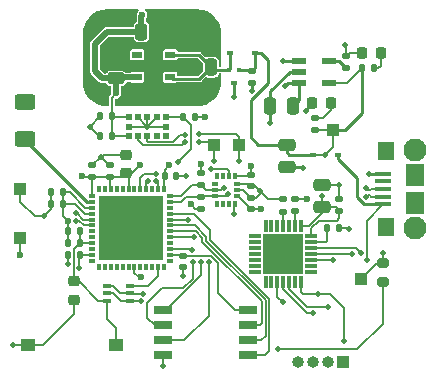
<source format=gbr>
%TF.GenerationSoftware,KiCad,Pcbnew,(6.0.0)*%
%TF.CreationDate,2022-04-21T21:51:44+01:00*%
%TF.ProjectId,Tracer,54726163-6572-42e6-9b69-6361645f7063,C*%
%TF.SameCoordinates,Original*%
%TF.FileFunction,Copper,L1,Top*%
%TF.FilePolarity,Positive*%
%FSLAX46Y46*%
G04 Gerber Fmt 4.6, Leading zero omitted, Abs format (unit mm)*
G04 Created by KiCad (PCBNEW (6.0.0)) date 2022-04-21 21:51:44*
%MOMM*%
%LPD*%
G01*
G04 APERTURE LIST*
G04 Aperture macros list*
%AMRoundRect*
0 Rectangle with rounded corners*
0 $1 Rounding radius*
0 $2 $3 $4 $5 $6 $7 $8 $9 X,Y pos of 4 corners*
0 Add a 4 corners polygon primitive as box body*
4,1,4,$2,$3,$4,$5,$6,$7,$8,$9,$2,$3,0*
0 Add four circle primitives for the rounded corners*
1,1,$1+$1,$2,$3*
1,1,$1+$1,$4,$5*
1,1,$1+$1,$6,$7*
1,1,$1+$1,$8,$9*
0 Add four rect primitives between the rounded corners*
20,1,$1+$1,$2,$3,$4,$5,0*
20,1,$1+$1,$4,$5,$6,$7,0*
20,1,$1+$1,$6,$7,$8,$9,0*
20,1,$1+$1,$8,$9,$2,$3,0*%
G04 Aperture macros list end*
%TA.AperFunction,SMDPad,CuDef*%
%ADD10RoundRect,0.140000X-0.140000X-0.170000X0.140000X-0.170000X0.140000X0.170000X-0.140000X0.170000X0*%
%TD*%
%TA.AperFunction,SMDPad,CuDef*%
%ADD11RoundRect,0.135000X0.135000X0.185000X-0.135000X0.185000X-0.135000X-0.185000X0.135000X-0.185000X0*%
%TD*%
%TA.AperFunction,SMDPad,CuDef*%
%ADD12RoundRect,0.140000X0.170000X-0.140000X0.170000X0.140000X-0.170000X0.140000X-0.170000X-0.140000X0*%
%TD*%
%TA.AperFunction,SMDPad,CuDef*%
%ADD13RoundRect,0.250000X0.475000X-0.250000X0.475000X0.250000X-0.475000X0.250000X-0.475000X-0.250000X0*%
%TD*%
%TA.AperFunction,SMDPad,CuDef*%
%ADD14RoundRect,0.250000X0.250000X0.475000X-0.250000X0.475000X-0.250000X-0.475000X0.250000X-0.475000X0*%
%TD*%
%TA.AperFunction,SMDPad,CuDef*%
%ADD15R,0.600000X0.450000*%
%TD*%
%TA.AperFunction,SMDPad,CuDef*%
%ADD16R,0.400000X0.450000*%
%TD*%
%TA.AperFunction,SMDPad,CuDef*%
%ADD17R,0.500000X0.450000*%
%TD*%
%TA.AperFunction,SMDPad,CuDef*%
%ADD18RoundRect,0.135000X-0.135000X-0.185000X0.135000X-0.185000X0.135000X0.185000X-0.135000X0.185000X0*%
%TD*%
%TA.AperFunction,SMDPad,CuDef*%
%ADD19RoundRect,0.250000X-0.250000X-0.475000X0.250000X-0.475000X0.250000X0.475000X-0.250000X0.475000X0*%
%TD*%
%TA.AperFunction,SMDPad,CuDef*%
%ADD20RoundRect,0.225000X0.250000X-0.225000X0.250000X0.225000X-0.250000X0.225000X-0.250000X-0.225000X0*%
%TD*%
%TA.AperFunction,SMDPad,CuDef*%
%ADD21R,0.500000X0.500000*%
%TD*%
%TA.AperFunction,SMDPad,CuDef*%
%ADD22RoundRect,0.135000X-0.185000X0.135000X-0.185000X-0.135000X0.185000X-0.135000X0.185000X0.135000X0*%
%TD*%
%TA.AperFunction,SMDPad,CuDef*%
%ADD23R,0.350000X0.575000*%
%TD*%
%TA.AperFunction,SMDPad,CuDef*%
%ADD24R,0.575000X0.350000*%
%TD*%
%TA.AperFunction,SMDPad,CuDef*%
%ADD25R,1.350000X0.400000*%
%TD*%
%TA.AperFunction,ComponentPad*%
%ADD26C,1.950000*%
%TD*%
%TA.AperFunction,SMDPad,CuDef*%
%ADD27R,1.400000X1.600000*%
%TD*%
%TA.AperFunction,SMDPad,CuDef*%
%ADD28R,1.600000X1.900000*%
%TD*%
%TA.AperFunction,SMDPad,CuDef*%
%ADD29R,1.200000X0.600000*%
%TD*%
%TA.AperFunction,SMDPad,CuDef*%
%ADD30R,1.000000X1.000000*%
%TD*%
%TA.AperFunction,SMDPad,CuDef*%
%ADD31RoundRect,0.140000X0.140000X0.170000X-0.140000X0.170000X-0.140000X-0.170000X0.140000X-0.170000X0*%
%TD*%
%TA.AperFunction,SMDPad,CuDef*%
%ADD32RoundRect,0.218750X-0.218750X-0.256250X0.218750X-0.256250X0.218750X0.256250X-0.218750X0.256250X0*%
%TD*%
%TA.AperFunction,ComponentPad*%
%ADD33R,1.000000X1.000000*%
%TD*%
%TA.AperFunction,ComponentPad*%
%ADD34O,1.000000X1.000000*%
%TD*%
%TA.AperFunction,SMDPad,CuDef*%
%ADD35RoundRect,0.135000X0.185000X-0.135000X0.185000X0.135000X-0.185000X0.135000X-0.185000X-0.135000X0*%
%TD*%
%TA.AperFunction,SMDPad,CuDef*%
%ADD36RoundRect,0.140000X-0.170000X0.140000X-0.170000X-0.140000X0.170000X-0.140000X0.170000X0.140000X0*%
%TD*%
%TA.AperFunction,SMDPad,CuDef*%
%ADD37R,1.200000X1.000000*%
%TD*%
%TA.AperFunction,SMDPad,CuDef*%
%ADD38R,1.000000X0.300000*%
%TD*%
%TA.AperFunction,SMDPad,CuDef*%
%ADD39R,0.300000X1.000000*%
%TD*%
%TA.AperFunction,SMDPad,CuDef*%
%ADD40R,3.350000X3.350000*%
%TD*%
%TA.AperFunction,SMDPad,CuDef*%
%ADD41RoundRect,0.250000X-0.625000X0.400000X-0.625000X-0.400000X0.625000X-0.400000X0.625000X0.400000X0*%
%TD*%
%TA.AperFunction,SMDPad,CuDef*%
%ADD42R,0.650000X0.400000*%
%TD*%
%TA.AperFunction,SMDPad,CuDef*%
%ADD43R,0.550000X0.350000*%
%TD*%
%TA.AperFunction,SMDPad,CuDef*%
%ADD44R,0.350000X0.550000*%
%TD*%
%TA.AperFunction,SMDPad,CuDef*%
%ADD45R,5.500000X5.500000*%
%TD*%
%TA.AperFunction,SMDPad,CuDef*%
%ADD46RoundRect,0.225000X-0.250000X0.225000X-0.250000X-0.225000X0.250000X-0.225000X0.250000X0.225000X0*%
%TD*%
%TA.AperFunction,SMDPad,CuDef*%
%ADD47RoundRect,0.200000X-0.275000X0.200000X-0.275000X-0.200000X0.275000X-0.200000X0.275000X0.200000X0*%
%TD*%
%TA.AperFunction,SMDPad,CuDef*%
%ADD48R,0.900000X0.600000*%
%TD*%
%TA.AperFunction,SMDPad,CuDef*%
%ADD49R,1.650000X0.650000*%
%TD*%
%TA.AperFunction,ViaPad*%
%ADD50C,0.500000*%
%TD*%
%TA.AperFunction,ViaPad*%
%ADD51C,0.600000*%
%TD*%
%TA.AperFunction,Conductor*%
%ADD52C,0.250000*%
%TD*%
%TA.AperFunction,Conductor*%
%ADD53C,0.150000*%
%TD*%
%TA.AperFunction,Conductor*%
%ADD54C,0.200000*%
%TD*%
%TA.AperFunction,Conductor*%
%ADD55C,0.500000*%
%TD*%
%TA.AperFunction,Conductor*%
%ADD56C,0.293770*%
%TD*%
G04 APERTURE END LIST*
D10*
%TO.P,C15,1*%
%TO.N,+3V3*%
X142320000Y-95100000D03*
%TO.P,C15,2*%
%TO.N,GND*%
X143280000Y-95100000D03*
%TD*%
D11*
%TO.P,R10,1*%
%TO.N,RST*%
X135110000Y-99750000D03*
%TO.P,R10,2*%
%TO.N,+3V3*%
X134090000Y-99750000D03*
%TD*%
D12*
%TO.P,C1,1*%
%TO.N,+3V3*%
X149600000Y-97900000D03*
%TO.P,C1,2*%
%TO.N,GND*%
X149600000Y-96940000D03*
%TD*%
D13*
%TO.P,C16,1*%
%TO.N,+3V3*%
X138195000Y-86850000D03*
%TO.P,C16,2*%
%TO.N,GND*%
X138195000Y-84950000D03*
%TD*%
D14*
%TO.P,C5,1*%
%TO.N,+BATT*%
X153155000Y-89200000D03*
%TO.P,C5,2*%
%TO.N,GND*%
X151255000Y-89200000D03*
%TD*%
D15*
%TO.P,D1,1,K*%
%TO.N,VUSB*%
X154900000Y-93300000D03*
%TO.P,D1,2,A*%
%TO.N,Net-(D1-Pad2)*%
X157000000Y-93300000D03*
%TD*%
D16*
%TO.P,Q2,1,G*%
%TO.N,VUSB*%
X148600000Y-86125000D03*
%TO.P,Q2,2,S*%
%TO.N,VBUS*%
X147800000Y-86125000D03*
D17*
%TO.P,Q2,3,D*%
%TO.N,+BATT*%
X148200000Y-87275000D03*
%TD*%
D18*
%TO.P,R7,1*%
%TO.N,+3V3*%
X134090000Y-100750000D03*
%TO.P,R7,2*%
%TO.N,RST*%
X135110000Y-100750000D03*
%TD*%
D13*
%TO.P,C3,1*%
%TO.N,GND*%
X152650000Y-94350000D03*
%TO.P,C3,2*%
%TO.N,VUSB*%
X152650000Y-92450000D03*
%TD*%
D19*
%TO.P,C6,1*%
%TO.N,+3V3*%
X140345000Y-82900000D03*
%TO.P,C6,2*%
%TO.N,GND*%
X142245000Y-82900000D03*
%TD*%
D20*
%TO.P,C14,1*%
%TO.N,+3V3*%
X139000000Y-94875000D03*
%TO.P,C14,2*%
%TO.N,GND*%
X139000000Y-93325000D03*
%TD*%
D21*
%TO.P,IC4,1,AVDDVCSEL*%
%TO.N,+3V3*%
X139250000Y-90131885D03*
%TO.P,IC4,2,AVSSVCSEL*%
%TO.N,GND*%
X140050000Y-90131885D03*
%TO.P,IC4,3,GND*%
X140850000Y-90131885D03*
%TO.P,IC4,4,GND2*%
X141650000Y-90131885D03*
%TO.P,IC4,5,XSHUT*%
%TO.N,GPIO19*%
X142450000Y-90131885D03*
%TO.P,IC4,6,GND3*%
%TO.N,GND*%
X142450000Y-90931885D03*
%TO.P,IC4,7,GPIO1*%
%TO.N,unconnected-(IC4-Pad7)*%
X142450000Y-91731885D03*
%TO.P,IC4,8,DNC*%
%TO.N,unconnected-(IC4-Pad8)*%
X141650000Y-91731885D03*
%TO.P,IC4,9,SDA*%
%TO.N,GPIO18*%
X140850000Y-91731885D03*
%TO.P,IC4,10,SCL*%
%TO.N,GPIO23*%
X140050000Y-91731885D03*
%TO.P,IC4,11,AVDD*%
%TO.N,+3V3*%
X139250000Y-91731885D03*
%TO.P,IC4,12,GND4*%
%TO.N,GND*%
X139250000Y-90931885D03*
%TD*%
D22*
%TO.P,R12,1*%
%TO.N,+3V3*%
X153350000Y-97090000D03*
%TO.P,R12,2*%
%TO.N,Net-(IC8-Pad9)*%
X153350000Y-98110000D03*
%TD*%
D23*
%TO.P,IC1,1,SDO/SA0*%
%TO.N,unconnected-(IC1-Pad1)*%
X146750000Y-97463000D03*
%TO.P,IC1,2,SDX*%
%TO.N,unconnected-(IC1-Pad2)*%
X147250000Y-97463000D03*
%TO.P,IC1,3,SCX*%
%TO.N,unconnected-(IC1-Pad3)*%
X147750000Y-97463000D03*
%TO.P,IC1,4,INT1*%
%TO.N,GPIO37*%
X148250000Y-97463000D03*
D24*
%TO.P,IC1,5,VDDIO*%
%TO.N,+3V3*%
X148412000Y-96800000D03*
%TO.P,IC1,6,GND_1*%
%TO.N,GND*%
X148412000Y-96300000D03*
%TO.P,IC1,7,GND_2*%
X148412000Y-95800000D03*
D23*
%TO.P,IC1,8,VDD*%
%TO.N,+3V3*%
X148250000Y-95137000D03*
%TO.P,IC1,9,INT2*%
%TO.N,GPIO36*%
X147750000Y-95137000D03*
%TO.P,IC1,10,NC_1*%
%TO.N,unconnected-(IC1-Pad10)*%
X147250000Y-95137000D03*
%TO.P,IC1,11,NC_2*%
%TO.N,unconnected-(IC1-Pad11)*%
X146750000Y-95137000D03*
D24*
%TO.P,IC1,12,CS*%
%TO.N,unconnected-(IC1-Pad12)*%
X146588000Y-95800000D03*
%TO.P,IC1,13,SCL*%
%TO.N,GPIO23*%
X146588000Y-96300000D03*
%TO.P,IC1,14,SDA*%
%TO.N,GPIO18*%
X146588000Y-96800000D03*
%TD*%
D25*
%TO.P,J1,1,VBUS*%
%TO.N,Net-(D1-Pad2)*%
X160800000Y-97500000D03*
%TO.P,J1,2,D-*%
%TO.N,D-*%
X160800000Y-96850000D03*
%TO.P,J1,3,D+*%
%TO.N,D+*%
X160800000Y-96200000D03*
%TO.P,J1,4,NC*%
%TO.N,unconnected-(J1-Pad4)*%
X160800000Y-95550000D03*
%TO.P,J1,5,GND*%
%TO.N,GND*%
X160800000Y-94900000D03*
D26*
%TO.P,J1,MH1,MH1*%
%TO.N,unconnected-(J1-PadMH1)*%
X163475000Y-99500000D03*
%TO.P,J1,MH2,MH2*%
%TO.N,unconnected-(J1-PadMH2)*%
X163475000Y-92900000D03*
D27*
%TO.P,J1,MP1,MP1*%
%TO.N,unconnected-(J1-PadMP1)*%
X161025000Y-99400000D03*
D28*
%TO.P,J1,MP2,MP2*%
%TO.N,unconnected-(J1-PadMP2)*%
X163475000Y-97400000D03*
%TO.P,J1,MP3,MP3*%
%TO.N,unconnected-(J1-PadMP3)*%
X163475000Y-95000000D03*
D27*
%TO.P,J1,MP4,MP4*%
%TO.N,unconnected-(J1-PadMP4)*%
X161025000Y-93000000D03*
%TD*%
D29*
%TO.P,IC5,1,CHRG*%
%TO.N,Net-(D4-Pad1)*%
X153705000Y-85350000D03*
%TO.P,IC5,2,GND*%
%TO.N,GND*%
X153705000Y-86300000D03*
%TO.P,IC5,3,VBAT*%
%TO.N,+BATT*%
X153705000Y-87250000D03*
%TO.P,IC5,4,VCC*%
%TO.N,VUSB*%
X156205000Y-87250000D03*
%TO.P,IC5,5,PROG*%
%TO.N,Net-(IC5-Pad5)*%
X156205000Y-85350000D03*
%TD*%
D18*
%TO.P,R16,1*%
%TO.N,GPIO19*%
X143840000Y-90150000D03*
%TO.P,R16,2*%
%TO.N,+3V3*%
X144860000Y-90150000D03*
%TD*%
D11*
%TO.P,R2,1*%
%TO.N,Net-(D2-Pad2)*%
X160010000Y-86000000D03*
%TO.P,R2,2*%
%TO.N,VUSB*%
X158990000Y-86000000D03*
%TD*%
D12*
%TO.P,C10,1*%
%TO.N,+3V3*%
X137700000Y-95180000D03*
%TO.P,C10,2*%
%TO.N,GND*%
X137700000Y-94220000D03*
%TD*%
D30*
%TO.P,TP3,1,1*%
%TO.N,GPIO23*%
X146500000Y-92500000D03*
%TD*%
D13*
%TO.P,C18,1*%
%TO.N,VUSB*%
X155600000Y-97750000D03*
%TO.P,C18,2*%
%TO.N,GND*%
X155600000Y-95850000D03*
%TD*%
D12*
%TO.P,C13,1*%
%TO.N,+3V3*%
X136200000Y-95180000D03*
%TO.P,C13,2*%
%TO.N,GND*%
X136200000Y-94220000D03*
%TD*%
D31*
%TO.P,C20,1*%
%TO.N,+3V3*%
X137830000Y-91750000D03*
%TO.P,C20,2*%
%TO.N,GND*%
X136870000Y-91750000D03*
%TD*%
D32*
%TO.P,D2,1,K*%
%TO.N,GND*%
X159012500Y-84700000D03*
%TO.P,D2,2,A*%
%TO.N,Net-(D2-Pad2)*%
X160587500Y-84700000D03*
%TD*%
D33*
%TO.P,J2,1,Pin_1*%
%TO.N,DTR*%
X157400000Y-110900000D03*
D34*
%TO.P,J2,2,Pin_2*%
%TO.N,U0RXD*%
X156130000Y-110900000D03*
%TO.P,J2,3,Pin_3*%
%TO.N,U0TXD*%
X154860000Y-110900000D03*
%TO.P,J2,4,Pin_4*%
%TO.N,RTS*%
X153590000Y-110900000D03*
%TD*%
D22*
%TO.P,R4,1*%
%TO.N,+3V3*%
X145400000Y-94890000D03*
%TO.P,R4,2*%
%TO.N,GPIO23*%
X145400000Y-95910000D03*
%TD*%
D35*
%TO.P,R6,1*%
%TO.N,Net-(IC5-Pad5)*%
X157700000Y-86000000D03*
%TO.P,R6,2*%
%TO.N,GND*%
X157700000Y-84980000D03*
%TD*%
D30*
%TO.P,TP11,1,1*%
%TO.N,GND*%
X130100000Y-96200000D03*
%TD*%
%TO.P,TP6,1,1*%
%TO.N,+3V3*%
X130100000Y-100400000D03*
%TD*%
D35*
%TO.P,R3,1*%
%TO.N,VUSB*%
X155000000Y-91210000D03*
%TO.P,R3,2*%
%TO.N,Net-(D4-Pad2)*%
X155000000Y-90190000D03*
%TD*%
D36*
%TO.P,C2,1*%
%TO.N,+3V3*%
X149600000Y-95020000D03*
%TO.P,C2,2*%
%TO.N,GND*%
X149600000Y-95980000D03*
%TD*%
D37*
%TO.P,S1,1,1*%
%TO.N,RST*%
X138150000Y-109400000D03*
%TO.P,S1,2,2*%
%TO.N,GND*%
X130750000Y-109400000D03*
%TD*%
D32*
%TO.P,D4,1,K*%
%TO.N,Net-(D4-Pad1)*%
X154812500Y-88900000D03*
%TO.P,D4,2,A*%
%TO.N,Net-(D4-Pad2)*%
X156387500Y-88900000D03*
%TD*%
D15*
%TO.P,D3,1,K*%
%TO.N,VBUS*%
X147850000Y-84700000D03*
%TO.P,D3,2,A*%
%TO.N,VUSB*%
X149950000Y-84700000D03*
%TD*%
D35*
%TO.P,R1,1*%
%TO.N,GND*%
X149700000Y-87210000D03*
%TO.P,R1,2*%
%TO.N,VUSB*%
X149700000Y-86190000D03*
%TD*%
D31*
%TO.P,C19,1*%
%TO.N,+3V3*%
X137830000Y-90050000D03*
%TO.P,C19,2*%
%TO.N,GND*%
X136870000Y-90050000D03*
%TD*%
D38*
%TO.P,IC8,1,DCD*%
%TO.N,unconnected-(IC8-Pad1)*%
X154700000Y-103200000D03*
%TO.P,IC8,2,RI_/_CLK*%
%TO.N,unconnected-(IC8-Pad2)*%
X154700000Y-102700000D03*
%TO.P,IC8,3,GND_1*%
%TO.N,GND*%
X154700000Y-102200000D03*
%TO.P,IC8,4,D+*%
%TO.N,D+*%
X154700000Y-101700000D03*
%TO.P,IC8,5,D-*%
%TO.N,D-*%
X154700000Y-101200000D03*
%TO.P,IC8,6,VDD*%
%TO.N,Net-(C17-Pad1)*%
X154700000Y-100700000D03*
%TO.P,IC8,7,VREGIN*%
%TO.N,VUSB*%
X154700000Y-100200000D03*
D39*
%TO.P,IC8,8,VBUS*%
X153850000Y-99350000D03*
%TO.P,IC8,9,RSTB*%
%TO.N,Net-(IC8-Pad9)*%
X153350000Y-99350000D03*
%TO.P,IC8,10,NC*%
%TO.N,unconnected-(IC8-Pad10)*%
X152850000Y-99350000D03*
%TO.P,IC8,11,SUSPENDB*%
%TO.N,Net-(IC8-Pad11)*%
X152350000Y-99350000D03*
%TO.P,IC8,12,SUSPEND*%
%TO.N,unconnected-(IC8-Pad12)*%
X151850000Y-99350000D03*
%TO.P,IC8,13,CHREN*%
%TO.N,unconnected-(IC8-Pad13)*%
X151350000Y-99350000D03*
%TO.P,IC8,14,CHR1*%
%TO.N,unconnected-(IC8-Pad14)*%
X150850000Y-99350000D03*
D38*
%TO.P,IC8,15,CHR0*%
%TO.N,unconnected-(IC8-Pad15)*%
X150000000Y-100200000D03*
%TO.P,IC8,16,GPIO.3_/_WAKEUP*%
%TO.N,unconnected-(IC8-Pad16)*%
X150000000Y-100700000D03*
%TO.P,IC8,17,GPIO.2_/_RS485*%
%TO.N,unconnected-(IC8-Pad17)*%
X150000000Y-101200000D03*
%TO.P,IC8,18,GPIO.1_/_RXT*%
%TO.N,unconnected-(IC8-Pad18)*%
X150000000Y-101700000D03*
%TO.P,IC8,19,GPIO.0_/_TXT*%
%TO.N,unconnected-(IC8-Pad19)*%
X150000000Y-102200000D03*
%TO.P,IC8,20,GPIO.6*%
%TO.N,unconnected-(IC8-Pad20)*%
X150000000Y-102700000D03*
%TO.P,IC8,21,GPIO.5*%
%TO.N,unconnected-(IC8-Pad21)*%
X150000000Y-103200000D03*
D39*
%TO.P,IC8,22,GPIO.4*%
%TO.N,unconnected-(IC8-Pad22)*%
X150850000Y-104050000D03*
%TO.P,IC8,23,CTS*%
%TO.N,unconnected-(IC8-Pad23)*%
X151350000Y-104050000D03*
%TO.P,IC8,24,RTS*%
%TO.N,RTS*%
X151850000Y-104050000D03*
%TO.P,IC8,25,RXD*%
%TO.N,U0TXD*%
X152350000Y-104050000D03*
%TO.P,IC8,26,TXD*%
%TO.N,U0RXD*%
X152850000Y-104050000D03*
%TO.P,IC8,27,DSR*%
%TO.N,unconnected-(IC8-Pad27)*%
X153350000Y-104050000D03*
%TO.P,IC8,28,DTR*%
%TO.N,DTR*%
X153850000Y-104050000D03*
D40*
%TO.P,IC8,29,GND_2*%
%TO.N,GND*%
X152350000Y-101700000D03*
%TD*%
D31*
%TO.P,C12,1*%
%TO.N,+3V3*%
X133680000Y-96500000D03*
%TO.P,C12,2*%
%TO.N,GND*%
X132720000Y-96500000D03*
%TD*%
D41*
%TO.P,AE1,1,FEED*%
%TO.N,unconnected-(AE1-Pad1)*%
X130500000Y-88850000D03*
%TO.P,AE1,2,PCB_Trace*%
%TO.N,ANT*%
X130500000Y-91950000D03*
%TD*%
D11*
%TO.P,R9,1*%
%TO.N,GPIO35*%
X135110000Y-101800000D03*
%TO.P,R9,2*%
%TO.N,GND*%
X134090000Y-101800000D03*
%TD*%
D42*
%TO.P,Q1,1,E2*%
%TO.N,RTS*%
X139350000Y-105700000D03*
%TO.P,Q1,2,B2*%
%TO.N,DTR*%
X139350000Y-105050000D03*
%TO.P,Q1,3,C1*%
%TO.N,GPIO0*%
X139350000Y-104400000D03*
%TO.P,Q1,4,E1*%
%TO.N,DTR*%
X137450000Y-104400000D03*
%TO.P,Q1,5,B1*%
%TO.N,RTS*%
X137450000Y-105050000D03*
%TO.P,Q1,6,C2*%
%TO.N,RST*%
X137450000Y-105700000D03*
%TD*%
D43*
%TO.P,IC3,1,VDDA_1*%
%TO.N,+3V3*%
X136200000Y-96800000D03*
%TO.P,IC3,2,LNA_IN*%
%TO.N,ANT*%
X136200000Y-97300000D03*
%TO.P,IC3,3,VDDA3P3_1*%
%TO.N,+3V3*%
X136200000Y-97800000D03*
%TO.P,IC3,4,VDDA3P3_2*%
X136200000Y-98300000D03*
%TO.P,IC3,5,SENSOR_VP*%
%TO.N,GPIO36*%
X136200000Y-98800000D03*
%TO.P,IC3,6,SENSOR_CAPP*%
%TO.N,GPIO37*%
X136200000Y-99300000D03*
%TO.P,IC3,7,SENSOR_CAPN*%
%TO.N,GPIO38*%
X136200000Y-99800000D03*
%TO.P,IC3,8,SENSOR_VN*%
%TO.N,GPIO39*%
X136200000Y-100300000D03*
%TO.P,IC3,9,EN*%
%TO.N,RST*%
X136200000Y-100800000D03*
%TO.P,IC3,10,IO34*%
%TO.N,STAT*%
X136200000Y-101300000D03*
%TO.P,IC3,11,IO35*%
%TO.N,GPIO35*%
X136200000Y-101800000D03*
%TO.P,IC3,12,IO32*%
%TO.N,GPIO32*%
X136200000Y-102300000D03*
D44*
%TO.P,IC3,13,IO33*%
%TO.N,GPIO33*%
X136750000Y-102850000D03*
%TO.P,IC3,14,IO25*%
%TO.N,GPIO25*%
X137250000Y-102850000D03*
%TO.P,IC3,15,IO26*%
%TO.N,GPIO26*%
X137750000Y-102850000D03*
%TO.P,IC3,16,IO27*%
%TO.N,GPIO27*%
X138250000Y-102850000D03*
%TO.P,IC3,17,IO14*%
%TO.N,GPIO14*%
X138750000Y-102850000D03*
%TO.P,IC3,18,IO12*%
%TO.N,GPIO12*%
X139250000Y-102850000D03*
%TO.P,IC3,19,VDD3P3_RTC*%
%TO.N,+3V3*%
X139750000Y-102850000D03*
%TO.P,IC3,20,IO13*%
%TO.N,GPIO13*%
X140250000Y-102850000D03*
%TO.P,IC3,21,IO15*%
%TO.N,GPIO15*%
X140750000Y-102850000D03*
%TO.P,IC3,22,IO2*%
%TO.N,GPIO2*%
X141250000Y-102850000D03*
%TO.P,IC3,23,IO0*%
%TO.N,GPIO0*%
X141750000Y-102850000D03*
%TO.P,IC3,24,IO4*%
%TO.N,GPIO4*%
X142250000Y-102850000D03*
D43*
%TO.P,IC3,25,IO16*%
%TO.N,GPIO16*%
X142800000Y-102300000D03*
%TO.P,IC3,26,VDD_SDIO_NC*%
%TO.N,VDDSDIO*%
X142800000Y-101800000D03*
%TO.P,IC3,27,IO17*%
%TO.N,GPIO17*%
X142800000Y-101300000D03*
%TO.P,IC3,28,SD2*%
%TO.N,GPIO9*%
X142800000Y-100800000D03*
%TO.P,IC3,29,SD3*%
%TO.N,GPIO10*%
X142800000Y-100300000D03*
%TO.P,IC3,30,CMD*%
%TO.N,GPIO11*%
X142800000Y-99800000D03*
%TO.P,IC3,31,CLK*%
%TO.N,CLK*%
X142800000Y-99300000D03*
%TO.P,IC3,32,SD0*%
%TO.N,GPIO7*%
X142800000Y-98800000D03*
%TO.P,IC3,33,SD1*%
%TO.N,GPIO8*%
X142800000Y-98300000D03*
%TO.P,IC3,34,IO5*%
%TO.N,GPIO5*%
X142800000Y-97800000D03*
%TO.P,IC3,35,IO18*%
%TO.N,GPIO18*%
X142800000Y-97300000D03*
%TO.P,IC3,36,IO23*%
%TO.N,GPIO23*%
X142800000Y-96800000D03*
D44*
%TO.P,IC3,37,VDD3P3_CPU*%
%TO.N,+3V3*%
X142250000Y-96250000D03*
%TO.P,IC3,38,IO19*%
%TO.N,GPIO19*%
X141750000Y-96250000D03*
%TO.P,IC3,39,IO22*%
%TO.N,GPIO22*%
X141250000Y-96250000D03*
%TO.P,IC3,40,U0RXD*%
%TO.N,U0RXD*%
X140750000Y-96250000D03*
%TO.P,IC3,41,U0TXD*%
%TO.N,U0TXD*%
X140250000Y-96250000D03*
%TO.P,IC3,42,IO21*%
%TO.N,GPIO21*%
X139750000Y-96250000D03*
%TO.P,IC3,43,VDDA_2*%
%TO.N,+3V3*%
X139250000Y-96250000D03*
%TO.P,IC3,44,XTAL_N_NC*%
%TO.N,unconnected-(IC3-Pad44)*%
X138750000Y-96250000D03*
%TO.P,IC3,45,XTAL_P_NC*%
%TO.N,unconnected-(IC3-Pad45)*%
X138250000Y-96250000D03*
%TO.P,IC3,46,VDDA_3*%
%TO.N,+3V3*%
X137750000Y-96250000D03*
%TO.P,IC3,47,CAP2_NC*%
%TO.N,unconnected-(IC3-Pad47)*%
X137250000Y-96250000D03*
%TO.P,IC3,48,CAP1_NC*%
%TO.N,unconnected-(IC3-Pad48)*%
X136750000Y-96250000D03*
D45*
%TO.P,IC3,49,GND*%
%TO.N,GND*%
X139494000Y-99537000D03*
%TD*%
D10*
%TO.P,C17,1*%
%TO.N,Net-(C17-Pad1)*%
X156070000Y-99550000D03*
%TO.P,C17,2*%
%TO.N,GND*%
X157030000Y-99550000D03*
%TD*%
D30*
%TO.P,TP5,1,1*%
%TO.N,+BATT*%
X158950000Y-103800000D03*
%TD*%
D46*
%TO.P,C7,1*%
%TO.N,RST*%
X134600000Y-104025000D03*
%TO.P,C7,2*%
%TO.N,GND*%
X134600000Y-105575000D03*
%TD*%
D35*
%TO.P,R5,1*%
%TO.N,+3V3*%
X145400000Y-97920000D03*
%TO.P,R5,2*%
%TO.N,GPIO18*%
X145400000Y-96900000D03*
%TD*%
D12*
%TO.P,C8,1*%
%TO.N,VUSB*%
X157100000Y-98060000D03*
%TO.P,C8,2*%
%TO.N,GND*%
X157100000Y-97100000D03*
%TD*%
D30*
%TO.P,TP4,1,1*%
%TO.N,GPIO18*%
X148600000Y-92500000D03*
%TD*%
D14*
%TO.P,C4,1*%
%TO.N,VBUS*%
X146245000Y-85900000D03*
%TO.P,C4,2*%
%TO.N,GND*%
X144345000Y-85900000D03*
%TD*%
D47*
%TO.P,R8,1*%
%TO.N,+BATT*%
X160800000Y-102475000D03*
%TO.P,R8,2*%
%TO.N,GPIO35*%
X160800000Y-104125000D03*
%TD*%
D48*
%TO.P,IC6,1,VIN*%
%TO.N,VBUS*%
X142795000Y-86750000D03*
%TO.P,IC6,2,VSS*%
%TO.N,GND*%
X142795000Y-85800000D03*
%TO.P,IC6,3,CE*%
%TO.N,VBUS*%
X142795000Y-84850000D03*
%TO.P,IC6,4,NC*%
%TO.N,unconnected-(IC6-Pad4)*%
X139995000Y-84850000D03*
%TO.P,IC6,5,VOUT*%
%TO.N,+3V3*%
X139995000Y-86750000D03*
%TD*%
D35*
%TO.P,R13,1*%
%TO.N,Net-(IC8-Pad11)*%
X152350000Y-98120000D03*
%TO.P,R13,2*%
%TO.N,GND*%
X152350000Y-97100000D03*
%TD*%
D49*
%TO.P,IC2,1,~{CS}*%
%TO.N,GPIO10*%
X142200000Y-106495000D03*
%TO.P,IC2,2,DO(IO1)*%
%TO.N,GPIO17*%
X142200000Y-107765000D03*
%TO.P,IC2,3,IO2*%
%TO.N,GPIO7*%
X142200000Y-109035000D03*
%TO.P,IC2,4,GND*%
%TO.N,GND*%
X142200000Y-110305000D03*
%TO.P,IC2,5,DI(IO0)*%
%TO.N,GPIO8*%
X149400000Y-110305000D03*
%TO.P,IC2,6,CLK*%
%TO.N,CLK*%
X149400000Y-109035000D03*
%TO.P,IC2,7,IO3*%
%TO.N,GPIO11*%
X149400000Y-107765000D03*
%TO.P,IC2,8,VCC*%
%TO.N,VDDSDIO*%
X149400000Y-106495000D03*
%TD*%
D30*
%TO.P,TP2,1,1*%
%TO.N,VUSB*%
X156550000Y-91200000D03*
%TD*%
D36*
%TO.P,C11,1*%
%TO.N,VDDSDIO*%
X143900000Y-101870000D03*
%TO.P,C11,2*%
%TO.N,GND*%
X143900000Y-102830000D03*
%TD*%
D31*
%TO.P,C9,1*%
%TO.N,+3V3*%
X133680000Y-97500000D03*
%TO.P,C9,2*%
%TO.N,GND*%
X132720000Y-97500000D03*
%TD*%
D50*
%TO.N,+BATT*%
X148200000Y-88400000D03*
X160800000Y-101600000D03*
X152500000Y-87500000D03*
%TO.N,GND*%
X138000000Y-101100000D03*
X139500000Y-97600000D03*
X138000000Y-99550000D03*
X136135000Y-83080000D03*
X151200000Y-90600000D03*
X146295000Y-88160000D03*
X143755000Y-83080000D03*
X157950000Y-99600000D03*
X136900000Y-93500000D03*
X151060000Y-102950000D03*
X151060000Y-101680000D03*
X141000000Y-101100000D03*
X149679122Y-87879122D03*
X146295000Y-83080000D03*
X153600000Y-102950000D03*
X152330000Y-100410000D03*
X143900000Y-103600000D03*
X139500000Y-101100000D03*
X140850000Y-90950000D03*
X143755000Y-88160000D03*
X154000000Y-94400000D03*
X135950000Y-90950000D03*
X141000000Y-99550000D03*
X150400000Y-96400000D03*
X134100000Y-102600000D03*
X151060000Y-100410000D03*
X141000000Y-97600000D03*
X157600000Y-84000000D03*
X159600000Y-94900000D03*
X152330000Y-102950000D03*
X156600000Y-102250000D03*
X141215000Y-85620000D03*
X142200000Y-111200000D03*
X141215000Y-88160000D03*
X129500000Y-109400000D03*
X157100000Y-95850000D03*
X144100000Y-95100000D03*
X132100000Y-98500000D03*
X152330000Y-101680000D03*
X139500000Y-99550000D03*
X138000000Y-97600000D03*
X153600000Y-101680000D03*
X153600000Y-100410000D03*
X136135000Y-88160000D03*
D51*
%TO.N,+3V3*%
X140200000Y-94200000D03*
X140300000Y-103700000D03*
X142700000Y-94200000D03*
X140395000Y-81500000D03*
X135300000Y-95100000D03*
X154332671Y-97067329D03*
X138195000Y-88100000D03*
X145400000Y-94100000D03*
X134100000Y-98900000D03*
X150500000Y-97900000D03*
X144500000Y-97500000D03*
X130100000Y-101800000D03*
X145750000Y-90150000D03*
X149600000Y-94300000D03*
D50*
%TO.N,GPIO10*%
X145400000Y-102400000D03*
X144800000Y-100300000D03*
%TO.N,GPIO17*%
X144600000Y-101370500D03*
X144700000Y-102369500D03*
%TO.N,GPIO7*%
X144300000Y-98800000D03*
X146049503Y-102400000D03*
%TO.N,GPIO36*%
X146200000Y-94500000D03*
X134800000Y-98250497D03*
%TO.N,GPIO37*%
X134800000Y-98900000D03*
X148200000Y-98300000D03*
%TO.N,VUSB*%
X155600000Y-96800000D03*
X155900000Y-93300000D03*
%TO.N,GPIO18*%
X144025500Y-91600000D03*
X145200000Y-91550497D03*
X148600000Y-93800000D03*
X147634166Y-96656944D03*
%TO.N,GPIO23*%
X147300000Y-96100000D03*
X145200000Y-92200000D03*
X144025500Y-92249503D03*
X146500000Y-93800000D03*
%TO.N,GPIO19*%
X141600000Y-95549503D03*
X143400000Y-93900000D03*
%TO.N,U0RXD*%
X156100000Y-106200000D03*
X140900000Y-95500000D03*
%TO.N,Net-(D4-Pad1)*%
X154300000Y-89600000D03*
X152300000Y-85400000D03*
%TO.N,D+*%
X159352334Y-96150000D03*
X158183962Y-101699500D03*
%TO.N,D-*%
X158925500Y-101650000D03*
X159352334Y-96900000D03*
%TO.N,U0TXD*%
X141600000Y-94900000D03*
X154860000Y-106689022D03*
%TO.N,RTS*%
X152300000Y-105800000D03*
X140294609Y-105716172D03*
%TO.N,DTR*%
X157500000Y-109100000D03*
X140500000Y-105100000D03*
X155300000Y-105100000D03*
%TO.N,GPIO35*%
X135100000Y-102900000D03*
X151900000Y-109800000D03*
%TO.N,Net-(D1-Pad2)*%
X159400000Y-102200000D03*
%TD*%
D52*
%TO.N,+BATT*%
X152750000Y-87250000D02*
X152500000Y-87500000D01*
D53*
X160800000Y-102475000D02*
X160800000Y-101600000D01*
D52*
X153705000Y-87250000D02*
X153705000Y-88650000D01*
X153705000Y-87250000D02*
X152750000Y-87250000D01*
D53*
X160800000Y-102475000D02*
X160275000Y-102475000D01*
D52*
X148200000Y-88400000D02*
X148200000Y-87275000D01*
X153705000Y-88650000D02*
X153155000Y-89200000D01*
D53*
X160275000Y-102475000D02*
X158950000Y-103800000D01*
%TO.N,GND*%
X154700000Y-102200000D02*
X156550000Y-102200000D01*
X157900000Y-99550000D02*
X157950000Y-99600000D01*
X156550000Y-102200000D02*
X156600000Y-102250000D01*
X155600000Y-95850000D02*
X157100000Y-95850000D01*
X136750000Y-91750000D02*
X135950000Y-90950000D01*
X157700000Y-84100000D02*
X157600000Y-84000000D01*
X134090000Y-102590000D02*
X134100000Y-102600000D01*
X157100000Y-97100000D02*
X157100000Y-95850000D01*
X149600000Y-95980000D02*
X149980000Y-95980000D01*
X152350000Y-97100000D02*
X151100000Y-97100000D01*
X142450000Y-90931885D02*
X140868115Y-90931885D01*
X137620000Y-94220000D02*
X136900000Y-93500000D01*
X140850000Y-90950000D02*
X141650000Y-90150000D01*
X150060000Y-96940000D02*
X150400000Y-96600000D01*
X142200000Y-110305000D02*
X142200000Y-111200000D01*
D52*
X152900000Y-86300000D02*
X151255000Y-87945000D01*
X152650000Y-94350000D02*
X153950000Y-94350000D01*
X149700000Y-87900000D02*
X149679122Y-87879122D01*
D53*
X149980000Y-95980000D02*
X150400000Y-96400000D01*
D52*
X153950000Y-94350000D02*
X154000000Y-94400000D01*
D53*
X139250000Y-90931885D02*
X140831885Y-90931885D01*
X136850000Y-90050000D02*
X135950000Y-90950000D01*
X132000000Y-109400000D02*
X134600000Y-106800000D01*
D52*
X151255000Y-89200000D02*
X151255000Y-90545000D01*
D53*
X148412000Y-95800000D02*
X149420000Y-95800000D01*
X140050000Y-90150000D02*
X140850000Y-90950000D01*
D52*
X160800000Y-94900000D02*
X159600000Y-94900000D01*
D53*
X132100000Y-98500000D02*
X131300000Y-98500000D01*
D52*
X151255000Y-87945000D02*
X151255000Y-89200000D01*
D53*
X130750000Y-109400000D02*
X129500000Y-109400000D01*
X157980000Y-84700000D02*
X157700000Y-84980000D01*
X149600000Y-96940000D02*
X150060000Y-96940000D01*
X130100000Y-97300000D02*
X130100000Y-96200000D01*
X131300000Y-98500000D02*
X130100000Y-97300000D01*
X157030000Y-99550000D02*
X157900000Y-99550000D01*
X148960000Y-96300000D02*
X148412000Y-96300000D01*
D52*
X153705000Y-86300000D02*
X152900000Y-86300000D01*
D53*
X136200000Y-94200000D02*
X136900000Y-93500000D01*
D52*
X149700000Y-87210000D02*
X149700000Y-87900000D01*
D53*
X134090000Y-101800000D02*
X134090000Y-102590000D01*
X151100000Y-97100000D02*
X150400000Y-96400000D01*
X149600000Y-96940000D02*
X148960000Y-96300000D01*
X130750000Y-109400000D02*
X132000000Y-109400000D01*
D52*
X151255000Y-90545000D02*
X151200000Y-90600000D01*
D53*
X137075000Y-93325000D02*
X139000000Y-93325000D01*
X150400000Y-96600000D02*
X150400000Y-96400000D01*
X136900000Y-93500000D02*
X137075000Y-93325000D01*
X132720000Y-97880000D02*
X132100000Y-98500000D01*
X143900000Y-102830000D02*
X143900000Y-103600000D01*
X140850000Y-90131885D02*
X140850000Y-90950000D01*
X157980000Y-84700000D02*
X159012500Y-84700000D01*
X134600000Y-106800000D02*
X134600000Y-105575000D01*
X132720000Y-96500000D02*
X132720000Y-97880000D01*
X143280000Y-95100000D02*
X144100000Y-95100000D01*
X157700000Y-84980000D02*
X157700000Y-84100000D01*
D54*
%TO.N,+3V3*%
X134090000Y-99750000D02*
X134090000Y-100750000D01*
X137700000Y-95180000D02*
X137700000Y-96200000D01*
D55*
X140345000Y-81550000D02*
X140395000Y-81500000D01*
D54*
X137830000Y-88465000D02*
X138195000Y-88100000D01*
D55*
X138195000Y-86850000D02*
X138195000Y-88100000D01*
D54*
X139250000Y-90131885D02*
X137911885Y-90131885D01*
X136200000Y-95180000D02*
X137700000Y-95180000D01*
X149600000Y-97900000D02*
X150500000Y-97900000D01*
D55*
X138195000Y-86850000D02*
X137045000Y-86850000D01*
D54*
X137830000Y-90050000D02*
X137830000Y-91750000D01*
X134755919Y-97500000D02*
X133680000Y-97500000D01*
D55*
X136395000Y-86200000D02*
X136395000Y-83900000D01*
D54*
X139250000Y-96250000D02*
X139250000Y-95125000D01*
X142320000Y-95100000D02*
X142320000Y-94580000D01*
X136200000Y-95180000D02*
X135380000Y-95180000D01*
X142320000Y-94580000D02*
X142700000Y-94200000D01*
X135555919Y-98300000D02*
X134755919Y-97500000D01*
X144860000Y-90150000D02*
X145750000Y-90150000D01*
X139750000Y-102850000D02*
X139750000Y-103325000D01*
X135380000Y-95180000D02*
X135300000Y-95100000D01*
X144920000Y-97920000D02*
X144500000Y-97500000D01*
X134090000Y-99750000D02*
X134090000Y-98910000D01*
X136200000Y-97800000D02*
X135600000Y-97800000D01*
X145400000Y-94890000D02*
X145400000Y-94100000D01*
X139525000Y-94875000D02*
X140200000Y-94200000D01*
D55*
X137395000Y-82900000D02*
X140345000Y-82900000D01*
D54*
X145400000Y-97920000D02*
X144920000Y-97920000D01*
X137830000Y-90050000D02*
X137830000Y-88465000D01*
X136200000Y-98300000D02*
X135555919Y-98300000D01*
X148500000Y-96800000D02*
X149600000Y-97900000D01*
D55*
X137045000Y-86850000D02*
X136395000Y-86200000D01*
D54*
X137830000Y-91750000D02*
X139231885Y-91750000D01*
D55*
X140345000Y-82900000D02*
X140345000Y-81550000D01*
X139995000Y-86750000D02*
X138295000Y-86750000D01*
D54*
X140125000Y-103700000D02*
X140300000Y-103700000D01*
X137700000Y-95180000D02*
X138695000Y-95180000D01*
X149600000Y-95020000D02*
X149600000Y-94300000D01*
X135600000Y-97800000D02*
X134300000Y-96500000D01*
X133680000Y-96500000D02*
X133680000Y-98480000D01*
X142250000Y-96250000D02*
X142250000Y-95170000D01*
X153350000Y-97090000D02*
X154310000Y-97090000D01*
X130100000Y-100400000D02*
X130100000Y-101800000D01*
X134300000Y-96500000D02*
X133680000Y-96500000D01*
X139750000Y-103325000D02*
X140125000Y-103700000D01*
X139000000Y-94875000D02*
X139525000Y-94875000D01*
D55*
X136395000Y-83900000D02*
X137395000Y-82900000D01*
D54*
X154310000Y-97090000D02*
X154332671Y-97067329D01*
X136200000Y-96800000D02*
X136200000Y-95180000D01*
X148250000Y-95137000D02*
X149483000Y-95137000D01*
X134090000Y-98910000D02*
X134100000Y-98900000D01*
X133680000Y-98480000D02*
X134100000Y-98900000D01*
D56*
%TO.N,ANT*%
X136200000Y-97300000D02*
X135700000Y-97300000D01*
X135700000Y-97300000D02*
X130500000Y-92100000D01*
D53*
%TO.N,RST*%
X134600000Y-101260000D02*
X135110000Y-100750000D01*
X138150000Y-107950000D02*
X138150000Y-109400000D01*
X134600000Y-104025000D02*
X134600000Y-101260000D01*
X136700000Y-105700000D02*
X137450000Y-105700000D01*
X136200000Y-100800000D02*
X135160000Y-100800000D01*
X135025000Y-104025000D02*
X136700000Y-105700000D01*
X137450000Y-105700000D02*
X137450000Y-107250000D01*
X134600000Y-104025000D02*
X135025000Y-104025000D01*
X135110000Y-100750000D02*
X135110000Y-99750000D01*
X137450000Y-107250000D02*
X138150000Y-107950000D01*
D52*
%TO.N,VBUS*%
X145195000Y-84850000D02*
X142795000Y-84850000D01*
X142944520Y-86899520D02*
X145245480Y-86899520D01*
X146245000Y-85900000D02*
X145195000Y-84850000D01*
X147800000Y-86125000D02*
X146470000Y-86125000D01*
X147850000Y-84700000D02*
X147850000Y-86075000D01*
X145245480Y-86899520D02*
X146245000Y-85900000D01*
D53*
%TO.N,Net-(C17-Pad1)*%
X154700000Y-100700000D02*
X155940000Y-100700000D01*
X155940000Y-100700000D02*
X156040000Y-100600000D01*
X156070000Y-100570000D02*
X156040000Y-100600000D01*
X156070000Y-99550000D02*
X156070000Y-100570000D01*
D54*
%TO.N,VDDSDIO*%
X148295000Y-106495000D02*
X146850000Y-105050000D01*
X142800000Y-101800000D02*
X143830000Y-101800000D01*
X146225919Y-101870000D02*
X143900000Y-101870000D01*
X146850000Y-105050000D02*
X146850000Y-102494081D01*
X146850000Y-102494081D02*
X146225919Y-101870000D01*
X149400000Y-106495000D02*
X148295000Y-106495000D01*
D53*
%TO.N,GPIO10*%
X144800000Y-100300000D02*
X142800000Y-100300000D01*
X145400000Y-103523586D02*
X145400000Y-102400000D01*
X142428586Y-106495000D02*
X145400000Y-103523586D01*
%TO.N,GPIO17*%
X142100000Y-104600000D02*
X143900000Y-104600000D01*
X140800000Y-105900000D02*
X142100000Y-104600000D01*
X144600000Y-101370500D02*
X144529500Y-101300000D01*
X141465000Y-107765000D02*
X140800000Y-107100000D01*
X143900000Y-104600000D02*
X144700000Y-103800000D01*
X144700000Y-103800000D02*
X144700000Y-102369500D01*
X140800000Y-107100000D02*
X140800000Y-105900000D01*
X144529500Y-101300000D02*
X142800000Y-101300000D01*
%TO.N,GPIO7*%
X142200000Y-109035000D02*
X143965000Y-109035000D01*
X143965000Y-109035000D02*
X146049503Y-106950497D01*
X144300000Y-98800000D02*
X142800000Y-98800000D01*
X146049503Y-106950497D02*
X146049503Y-102400000D01*
%TO.N,GPIO8*%
X144800000Y-98300000D02*
X142800000Y-98300000D01*
X151150000Y-105487969D02*
X146150000Y-100487969D01*
X151150000Y-109950000D02*
X151150000Y-105487969D01*
X146150000Y-100487969D02*
X146150000Y-99650000D01*
X150795000Y-110305000D02*
X151150000Y-109950000D01*
X149400000Y-110305000D02*
X150795000Y-110305000D01*
X146150000Y-99650000D02*
X144800000Y-98300000D01*
%TO.N,CLK*%
X145844222Y-100605777D02*
X145844222Y-100249575D01*
X150849520Y-108650480D02*
X150849520Y-105611075D01*
X150849520Y-105611075D02*
X145844222Y-100605777D01*
X149400000Y-109035000D02*
X150465000Y-109035000D01*
X145844222Y-100249575D02*
X144894647Y-99300000D01*
X144894647Y-99300000D02*
X142800000Y-99300000D01*
X150465000Y-109035000D02*
X150849520Y-108650480D01*
%TO.N,GPIO11*%
X144971061Y-99800000D02*
X142800000Y-99800000D01*
X150550000Y-105735141D02*
X145500000Y-100685141D01*
X150350000Y-107750000D02*
X150550000Y-107550000D01*
X145500000Y-100328939D02*
X144971061Y-99800000D01*
X145500000Y-100685141D02*
X145500000Y-100328939D01*
X150550000Y-107550000D02*
X150550000Y-105735141D01*
X149415000Y-107750000D02*
X150350000Y-107750000D01*
%TO.N,GPIO36*%
X134874083Y-98250497D02*
X134800000Y-98250497D01*
X134874083Y-98250497D02*
X135423586Y-98800000D01*
X146200000Y-94500000D02*
X147600000Y-94500000D01*
X147600000Y-94500000D02*
X147750000Y-94650000D01*
X147750000Y-94650000D02*
X147750000Y-95137000D01*
X136200000Y-98800000D02*
X135423586Y-98800000D01*
%TO.N,GPIO37*%
X135100000Y-98900000D02*
X135500000Y-99300000D01*
X148200000Y-98300000D02*
X148200000Y-97513000D01*
X135100000Y-98900000D02*
X134800000Y-98900000D01*
X135500000Y-99300000D02*
X136200000Y-99300000D01*
%TO.N,VUSB*%
X155600000Y-97750000D02*
X156790000Y-97750000D01*
D52*
X151100000Y-85300000D02*
X150500000Y-84700000D01*
X149600000Y-91800000D02*
X149600000Y-88700000D01*
D53*
X157100000Y-98700000D02*
X157100000Y-98060000D01*
D52*
X148600000Y-86125000D02*
X149635000Y-86125000D01*
D53*
X156205000Y-87250000D02*
X157740000Y-87250000D01*
D52*
X150500000Y-84700000D02*
X149950000Y-84700000D01*
X150250000Y-92450000D02*
X149600000Y-91800000D01*
D53*
X156790000Y-97750000D02*
X157100000Y-98060000D01*
X155900000Y-93300000D02*
X156550000Y-92650000D01*
D52*
X158990000Y-89810000D02*
X157600000Y-91200000D01*
D53*
X153850000Y-99350000D02*
X154500000Y-99350000D01*
D52*
X152850000Y-93300000D02*
X154900000Y-93300000D01*
D53*
X154700000Y-99550000D02*
X155350000Y-98900000D01*
X155350000Y-98900000D02*
X156900000Y-98900000D01*
X156900000Y-98900000D02*
X157100000Y-98700000D01*
X157740000Y-87250000D02*
X158990000Y-86000000D01*
X155010000Y-91200000D02*
X156550000Y-91200000D01*
D52*
X152650000Y-92450000D02*
X150250000Y-92450000D01*
D53*
X155600000Y-97750000D02*
X155600000Y-96800000D01*
D52*
X152650000Y-92450000D02*
X152650000Y-93100000D01*
D53*
X154700000Y-100200000D02*
X154700000Y-99550000D01*
D52*
X152650000Y-93100000D02*
X152850000Y-93300000D01*
X151100000Y-87200000D02*
X151100000Y-85300000D01*
X149600000Y-88700000D02*
X151100000Y-87200000D01*
X157600000Y-91200000D02*
X156550000Y-91200000D01*
D53*
X156550000Y-92650000D02*
X156550000Y-91200000D01*
X154500000Y-99350000D02*
X155600000Y-98250000D01*
D52*
X158990000Y-86000000D02*
X158990000Y-89810000D01*
D53*
X155900000Y-93300000D02*
X154900000Y-93300000D01*
X155600000Y-98250000D02*
X155600000Y-97750000D01*
D52*
X149950000Y-85940000D02*
X149700000Y-86190000D01*
X149950000Y-84700000D02*
X149950000Y-85940000D01*
D53*
%TO.N,GPIO18*%
X140850000Y-91731885D02*
X140850000Y-92131885D01*
X146588000Y-96800000D02*
X145500000Y-96800000D01*
X146588000Y-96800000D02*
X147491110Y-96800000D01*
X148350497Y-91550497D02*
X148600000Y-91800000D01*
X143600000Y-91600000D02*
X144025500Y-91600000D01*
X148600000Y-91800000D02*
X148600000Y-92500000D01*
X140850000Y-92131885D02*
X140924511Y-92206396D01*
X147491110Y-96800000D02*
X147634166Y-96656944D01*
X143700000Y-97300000D02*
X144100000Y-96900000D01*
X144100000Y-96900000D02*
X145400000Y-96900000D01*
X142800000Y-97300000D02*
X143700000Y-97300000D01*
X148600000Y-93800000D02*
X148600000Y-92500000D01*
X140924511Y-92206396D02*
X142993604Y-92206396D01*
X145200000Y-91550497D02*
X148350497Y-91550497D01*
X142993604Y-92206396D02*
X143600000Y-91600000D01*
%TO.N,GPIO23*%
X144590000Y-95910000D02*
X145400000Y-95910000D01*
X144025500Y-92249503D02*
X143769087Y-92505916D01*
X145790000Y-96300000D02*
X146588000Y-96300000D01*
X145200000Y-92200000D02*
X146200000Y-92200000D01*
X143769087Y-92505916D02*
X140505916Y-92505916D01*
X146500000Y-93800000D02*
X146500000Y-92500000D01*
X142800000Y-96800000D02*
X143700000Y-96800000D01*
X147100000Y-96300000D02*
X147300000Y-96100000D01*
X146588000Y-96300000D02*
X147100000Y-96300000D01*
X140050000Y-92050000D02*
X140050000Y-91731885D01*
X143700000Y-96800000D02*
X144590000Y-95910000D01*
X145400000Y-95910000D02*
X145790000Y-96300000D01*
X140505916Y-92505916D02*
X140050000Y-92050000D01*
%TO.N,GPIO19*%
X141750000Y-96250000D02*
X141750000Y-95699503D01*
X144500000Y-90810000D02*
X143840000Y-90150000D01*
X143400000Y-93900000D02*
X144500000Y-92800000D01*
X141750000Y-95699503D02*
X141600000Y-95549503D01*
X143840000Y-90150000D02*
X142468115Y-90150000D01*
X144500000Y-92800000D02*
X144500000Y-90810000D01*
%TO.N,Net-(D2-Pad2)*%
X160400000Y-86000000D02*
X160587500Y-85812500D01*
X160587500Y-85812500D02*
X160587500Y-84700000D01*
X160010000Y-86000000D02*
X160400000Y-86000000D01*
%TO.N,U0RXD*%
X154350000Y-106200000D02*
X156100000Y-106200000D01*
X152850000Y-104700000D02*
X154350000Y-106200000D01*
X152850000Y-104050000D02*
X152850000Y-104700000D01*
X140750000Y-95650000D02*
X140900000Y-95500000D01*
X140750000Y-96250000D02*
X140750000Y-95650000D01*
D52*
%TO.N,Net-(D4-Pad1)*%
X152300000Y-85400000D02*
X153655000Y-85400000D01*
D53*
X154812500Y-89087500D02*
X154300000Y-89600000D01*
D54*
%TO.N,D+*%
X159787499Y-96200000D02*
X159687499Y-96300000D01*
X154700000Y-101700000D02*
X158183462Y-101700000D01*
X159687499Y-96300000D02*
X159502333Y-96299999D01*
X159502333Y-96299999D02*
X159352334Y-96150000D01*
X160800000Y-96200000D02*
X159787499Y-96200000D01*
X158183462Y-101700000D02*
X158183962Y-101699500D01*
%TO.N,D-*%
X159787499Y-96850000D02*
X159687499Y-96750000D01*
X158475500Y-101200000D02*
X158925500Y-101650000D01*
X159502333Y-96750001D02*
X159352334Y-96900000D01*
X154700000Y-101200000D02*
X158475500Y-101200000D01*
X159687499Y-96750000D02*
X159502333Y-96750001D01*
X160800000Y-96850000D02*
X159787499Y-96850000D01*
D53*
%TO.N,U0TXD*%
X140250000Y-96250000D02*
X140250000Y-95250000D01*
X152350000Y-104050000D02*
X152350000Y-104700000D01*
X140250000Y-95250000D02*
X140600000Y-94900000D01*
X140600000Y-94900000D02*
X141600000Y-94900000D01*
X154339022Y-106689022D02*
X154860000Y-106689022D01*
X152350000Y-104700000D02*
X154339022Y-106689022D01*
%TO.N,Net-(IC8-Pad9)*%
X153350000Y-98110000D02*
X153350000Y-99350000D01*
%TO.N,Net-(IC8-Pad11)*%
X152350000Y-99350000D02*
X152350000Y-98120000D01*
%TO.N,RTS*%
X137450000Y-105050000D02*
X137950000Y-105050000D01*
X138600000Y-105700000D02*
X139350000Y-105700000D01*
X140294609Y-105716172D02*
X139366172Y-105716172D01*
X137950000Y-105050000D02*
X138600000Y-105700000D01*
X151850000Y-105350000D02*
X151850000Y-104050000D01*
X152300000Y-105800000D02*
X151850000Y-105350000D01*
%TO.N,DTR*%
X138550000Y-105050000D02*
X139350000Y-105050000D01*
X153850000Y-104900000D02*
X153850000Y-104050000D01*
X154050000Y-105100000D02*
X153850000Y-104900000D01*
X140500000Y-105100000D02*
X139400000Y-105100000D01*
X137900000Y-104400000D02*
X138550000Y-105050000D01*
X155300000Y-105100000D02*
X156300000Y-105100000D01*
X156300000Y-105100000D02*
X157500000Y-106300000D01*
X137450000Y-104400000D02*
X137900000Y-104400000D01*
X157500000Y-106300000D02*
X157500000Y-109100000D01*
X155300000Y-105100000D02*
X154050000Y-105100000D01*
D52*
%TO.N,Net-(IC5-Pad5)*%
X157050000Y-85350000D02*
X157700000Y-86000000D01*
X156205000Y-85350000D02*
X157050000Y-85350000D01*
D53*
%TO.N,GPIO0*%
X141750000Y-103550000D02*
X141750000Y-102850000D01*
X139350000Y-104400000D02*
X140900000Y-104400000D01*
X140900000Y-104400000D02*
X141750000Y-103550000D01*
%TO.N,GPIO35*%
X160800000Y-104125000D02*
X160800000Y-107600000D01*
X160800000Y-107600000D02*
X158600000Y-109800000D01*
X136200000Y-101800000D02*
X135110000Y-101800000D01*
X135100000Y-102900000D02*
X135100000Y-101810000D01*
X158600000Y-109800000D02*
X151900000Y-109800000D01*
D52*
%TO.N,Net-(D1-Pad2)*%
X158600000Y-95300000D02*
X158600000Y-96889438D01*
D53*
X159400000Y-102200000D02*
X159400000Y-98900000D01*
D52*
X158600000Y-96889438D02*
X159210562Y-97500000D01*
X157000000Y-93300000D02*
X157000000Y-93700000D01*
X159210562Y-97500000D02*
X160800000Y-97500000D01*
D53*
X159400000Y-98900000D02*
X160800000Y-97500000D01*
D52*
X157000000Y-93700000D02*
X158600000Y-95300000D01*
D53*
%TO.N,Net-(D4-Pad2)*%
X155000000Y-90190000D02*
X155710000Y-90190000D01*
X155710000Y-90190000D02*
X156387500Y-89512500D01*
X156387500Y-89512500D02*
X156387500Y-88900000D01*
%TD*%
%TA.AperFunction,Conductor*%
%TO.N,GND*%
G36*
X140134747Y-81017313D02*
G01*
X140160057Y-81061150D01*
X140151267Y-81111000D01*
X140126669Y-81136584D01*
X140100019Y-81153399D01*
X140096531Y-81157348D01*
X140096529Y-81157350D01*
X140093288Y-81161020D01*
X140014596Y-81250122D01*
X140012357Y-81254891D01*
X140012355Y-81254894D01*
X139984156Y-81314957D01*
X139959754Y-81366932D01*
X139939901Y-81494440D01*
X139940584Y-81499663D01*
X139940584Y-81499666D01*
X139943875Y-81524830D01*
X139944500Y-81534425D01*
X139944500Y-82006845D01*
X139927187Y-82054411D01*
X139904096Y-82072779D01*
X139856658Y-82096950D01*
X139766950Y-82186658D01*
X139764306Y-82191848D01*
X139764304Y-82191850D01*
X139712000Y-82294502D01*
X139709354Y-82299696D01*
X139708443Y-82305448D01*
X139708442Y-82305451D01*
X139694955Y-82390608D01*
X139694500Y-82393481D01*
X139694500Y-82425500D01*
X139677187Y-82473066D01*
X139633350Y-82498376D01*
X139620500Y-82499500D01*
X137331567Y-82499500D01*
X137306749Y-82507564D01*
X137295466Y-82510273D01*
X137269696Y-82514354D01*
X137247745Y-82525539D01*
X137246453Y-82526197D01*
X137235724Y-82530641D01*
X137210911Y-82538703D01*
X137206201Y-82542125D01*
X137189801Y-82554040D01*
X137179904Y-82560106D01*
X137156658Y-82571950D01*
X137134095Y-82594513D01*
X137134091Y-82594516D01*
X136089516Y-83639091D01*
X136089513Y-83639095D01*
X136066950Y-83661658D01*
X136064306Y-83666846D01*
X136064306Y-83666847D01*
X136055106Y-83684902D01*
X136049039Y-83694802D01*
X136037128Y-83711196D01*
X136037126Y-83711201D01*
X136033704Y-83715910D01*
X136031905Y-83721448D01*
X136031904Y-83721449D01*
X136025642Y-83740722D01*
X136021198Y-83751450D01*
X136016048Y-83761558D01*
X136009354Y-83774696D01*
X136008443Y-83780449D01*
X136005273Y-83800463D01*
X136002562Y-83811754D01*
X135996300Y-83831026D01*
X135994500Y-83836567D01*
X135994500Y-86263433D01*
X135996300Y-86268971D01*
X135996300Y-86268974D01*
X136002562Y-86288246D01*
X136005273Y-86299537D01*
X136009354Y-86325304D01*
X136012000Y-86330497D01*
X136021198Y-86348550D01*
X136025642Y-86359278D01*
X136033704Y-86384090D01*
X136037126Y-86388799D01*
X136037128Y-86388804D01*
X136049039Y-86405198D01*
X136055106Y-86415098D01*
X136061592Y-86427826D01*
X136066950Y-86438342D01*
X136089513Y-86460905D01*
X136089516Y-86460909D01*
X136784091Y-87155484D01*
X136784095Y-87155487D01*
X136806658Y-87178050D01*
X136811844Y-87180692D01*
X136811849Y-87180696D01*
X136829907Y-87189897D01*
X136839802Y-87195959D01*
X136860911Y-87211296D01*
X136866448Y-87213095D01*
X136885720Y-87219357D01*
X136896448Y-87223801D01*
X136914191Y-87232841D01*
X136919696Y-87235646D01*
X136935456Y-87238142D01*
X136945463Y-87239727D01*
X136956754Y-87242438D01*
X136976026Y-87248700D01*
X136976029Y-87248700D01*
X136981567Y-87250500D01*
X137301845Y-87250500D01*
X137349411Y-87267813D01*
X137367779Y-87290904D01*
X137391950Y-87338342D01*
X137481658Y-87428050D01*
X137486848Y-87430694D01*
X137486850Y-87430696D01*
X137589502Y-87483000D01*
X137589505Y-87483001D01*
X137594696Y-87485646D01*
X137600448Y-87486557D01*
X137600451Y-87486558D01*
X137685602Y-87500044D01*
X137688481Y-87500500D01*
X137720500Y-87500500D01*
X137768066Y-87517813D01*
X137793376Y-87561650D01*
X137794500Y-87574500D01*
X137794500Y-87876418D01*
X137787485Y-87907866D01*
X137759754Y-87966932D01*
X137739901Y-88094440D01*
X137747479Y-88152390D01*
X137736480Y-88201798D01*
X137726430Y-88214310D01*
X137675473Y-88265267D01*
X137664258Y-88274470D01*
X137649399Y-88284399D01*
X137613943Y-88337464D01*
X137594034Y-88367259D01*
X137574592Y-88465000D01*
X137576014Y-88472149D01*
X137578078Y-88482525D01*
X137579500Y-88496962D01*
X137579500Y-89126000D01*
X137562187Y-89173566D01*
X137518350Y-89198876D01*
X137505500Y-89200000D01*
X137397636Y-89200000D01*
X137392357Y-89199811D01*
X137379284Y-89198876D01*
X137115653Y-89180021D01*
X137105203Y-89178519D01*
X136836703Y-89120110D01*
X136826573Y-89117135D01*
X136721122Y-89077804D01*
X136569124Y-89021112D01*
X136559529Y-89016730D01*
X136318362Y-88885043D01*
X136309489Y-88879341D01*
X136089515Y-88714670D01*
X136081536Y-88707756D01*
X135887244Y-88513464D01*
X135880330Y-88505485D01*
X135772316Y-88361196D01*
X135715659Y-88285511D01*
X135709954Y-88276633D01*
X135686224Y-88233173D01*
X135578270Y-88035471D01*
X135573886Y-88025871D01*
X135553847Y-87972142D01*
X135477865Y-87768427D01*
X135474890Y-87758297D01*
X135416481Y-87489797D01*
X135414979Y-87479346D01*
X135401502Y-87290904D01*
X135395189Y-87202642D01*
X135395000Y-87197364D01*
X135395000Y-83002636D01*
X135395189Y-82997357D01*
X135414979Y-82720654D01*
X135416481Y-82710203D01*
X135474890Y-82441703D01*
X135477865Y-82431573D01*
X135528989Y-82294504D01*
X135573888Y-82174124D01*
X135578272Y-82164525D01*
X135612922Y-82101069D01*
X135709957Y-81923362D01*
X135715659Y-81914489D01*
X135880330Y-81694515D01*
X135887244Y-81686536D01*
X136081536Y-81492244D01*
X136089515Y-81485330D01*
X136105574Y-81473309D01*
X136309489Y-81320659D01*
X136318362Y-81314957D01*
X136559529Y-81183270D01*
X136569124Y-81178888D01*
X136721122Y-81122196D01*
X136826573Y-81082865D01*
X136836703Y-81079890D01*
X137105203Y-81021481D01*
X137115653Y-81019979D01*
X137392358Y-81000189D01*
X137397636Y-81000000D01*
X140087181Y-81000000D01*
X140134747Y-81017313D01*
G37*
%TD.AperFunction*%
%TA.AperFunction,Conductor*%
G36*
X145097642Y-81000189D02*
G01*
X145374347Y-81019979D01*
X145384797Y-81021481D01*
X145653297Y-81079890D01*
X145663427Y-81082865D01*
X145768878Y-81122196D01*
X145920876Y-81178888D01*
X145930471Y-81183270D01*
X146171638Y-81314957D01*
X146180511Y-81320659D01*
X146384426Y-81473309D01*
X146400485Y-81485330D01*
X146408464Y-81492244D01*
X146602756Y-81686536D01*
X146609670Y-81694515D01*
X146774341Y-81914489D01*
X146780043Y-81923362D01*
X146877078Y-82101069D01*
X146911728Y-82164525D01*
X146916112Y-82174124D01*
X146961011Y-82294504D01*
X147012135Y-82431573D01*
X147015110Y-82441703D01*
X147073519Y-82710203D01*
X147075021Y-82720654D01*
X147094811Y-82997357D01*
X147095000Y-83002636D01*
X147095000Y-85775500D01*
X147077687Y-85823066D01*
X147033850Y-85848376D01*
X147021000Y-85849500D01*
X146969499Y-85849500D01*
X146921933Y-85832187D01*
X146896623Y-85788350D01*
X146895499Y-85775500D01*
X146895499Y-85393482D01*
X146880646Y-85299696D01*
X146837379Y-85214780D01*
X146825696Y-85191850D01*
X146825694Y-85191848D01*
X146823050Y-85186658D01*
X146733342Y-85096950D01*
X146728152Y-85094306D01*
X146728150Y-85094304D01*
X146625498Y-85042000D01*
X146625495Y-85041999D01*
X146620304Y-85039354D01*
X146614552Y-85038443D01*
X146614549Y-85038442D01*
X146529392Y-85024955D01*
X146526519Y-85024500D01*
X146523610Y-85024500D01*
X146245001Y-85024501D01*
X145963482Y-85024501D01*
X145960610Y-85024956D01*
X145960608Y-85024956D01*
X145910193Y-85032940D01*
X145869696Y-85039354D01*
X145864506Y-85041998D01*
X145864504Y-85041999D01*
X145854184Y-85047257D01*
X145803943Y-85053425D01*
X145768264Y-85033648D01*
X145414145Y-84679529D01*
X145404942Y-84668315D01*
X145397673Y-84657436D01*
X145393624Y-84651376D01*
X145370623Y-84636007D01*
X145370622Y-84636006D01*
X145344465Y-84618529D01*
X145302495Y-84590485D01*
X145257629Y-84581561D01*
X145222135Y-84574500D01*
X145222132Y-84574500D01*
X145195000Y-84569103D01*
X145187851Y-84570525D01*
X145175017Y-84573078D01*
X145160580Y-84574500D01*
X143464051Y-84574500D01*
X143416485Y-84557187D01*
X143391473Y-84514936D01*
X143388189Y-84498425D01*
X143388188Y-84498424D01*
X143386767Y-84491278D01*
X143353504Y-84441496D01*
X143303722Y-84408233D01*
X143296576Y-84406812D01*
X143296575Y-84406811D01*
X143263390Y-84400210D01*
X143263389Y-84400210D01*
X143259820Y-84399500D01*
X142330180Y-84399500D01*
X142326611Y-84400210D01*
X142326610Y-84400210D01*
X142293425Y-84406811D01*
X142293424Y-84406812D01*
X142286278Y-84408233D01*
X142236496Y-84441496D01*
X142203233Y-84491278D01*
X142194500Y-84535180D01*
X142194500Y-85164820D01*
X142195210Y-85168389D01*
X142195210Y-85168390D01*
X142198025Y-85182539D01*
X142203233Y-85208722D01*
X142236496Y-85258504D01*
X142286278Y-85291767D01*
X142293424Y-85293188D01*
X142293425Y-85293189D01*
X142326610Y-85299790D01*
X142326611Y-85299790D01*
X142330180Y-85300500D01*
X143259820Y-85300500D01*
X143263389Y-85299790D01*
X143263390Y-85299790D01*
X143296575Y-85293189D01*
X143296576Y-85293188D01*
X143303722Y-85291767D01*
X143353504Y-85258504D01*
X143386767Y-85208722D01*
X143391473Y-85185064D01*
X143417733Y-85141789D01*
X143464051Y-85125500D01*
X145050232Y-85125500D01*
X145097798Y-85142813D01*
X145102558Y-85147174D01*
X145572826Y-85617442D01*
X145594218Y-85663318D01*
X145594500Y-85669768D01*
X145594501Y-86130231D01*
X145577188Y-86177797D01*
X145572827Y-86182557D01*
X145153038Y-86602346D01*
X145107162Y-86623738D01*
X145100712Y-86624020D01*
X143469500Y-86624020D01*
X143421934Y-86606707D01*
X143396624Y-86562870D01*
X143395500Y-86550020D01*
X143395500Y-86435180D01*
X143392212Y-86418652D01*
X143388189Y-86398425D01*
X143388188Y-86398424D01*
X143386767Y-86391278D01*
X143353504Y-86341496D01*
X143303722Y-86308233D01*
X143296576Y-86306812D01*
X143296575Y-86306811D01*
X143263390Y-86300210D01*
X143263389Y-86300210D01*
X143259820Y-86299500D01*
X142330180Y-86299500D01*
X142326611Y-86300210D01*
X142326610Y-86300210D01*
X142293425Y-86306811D01*
X142293424Y-86306812D01*
X142286278Y-86308233D01*
X142236496Y-86341496D01*
X142203233Y-86391278D01*
X142201812Y-86398424D01*
X142201811Y-86398425D01*
X142197788Y-86418652D01*
X142194500Y-86435180D01*
X142194500Y-87064820D01*
X142195210Y-87068389D01*
X142195210Y-87068390D01*
X142195529Y-87069991D01*
X142203233Y-87108722D01*
X142236496Y-87158504D01*
X142286278Y-87191767D01*
X142293424Y-87193188D01*
X142293425Y-87193189D01*
X142326610Y-87199790D01*
X142326611Y-87199790D01*
X142330180Y-87200500D01*
X143259820Y-87200500D01*
X143263389Y-87199790D01*
X143263390Y-87199790D01*
X143296575Y-87193189D01*
X143296576Y-87193188D01*
X143303722Y-87191767D01*
X143309780Y-87187719D01*
X143309783Y-87187718D01*
X143310124Y-87187490D01*
X143310905Y-87187253D01*
X143316516Y-87184929D01*
X143316745Y-87185482D01*
X143351234Y-87175020D01*
X145211060Y-87175020D01*
X145225497Y-87176442D01*
X145233581Y-87178050D01*
X145245480Y-87180417D01*
X145272612Y-87175020D01*
X145272615Y-87175020D01*
X145308109Y-87167959D01*
X145352975Y-87159035D01*
X145365749Y-87150500D01*
X145394945Y-87130991D01*
X145394946Y-87130990D01*
X145421102Y-87113514D01*
X145421103Y-87113513D01*
X145444104Y-87098144D01*
X145455424Y-87081202D01*
X145464625Y-87069991D01*
X145768264Y-86766352D01*
X145814140Y-86744960D01*
X145854184Y-86752743D01*
X145864503Y-86758001D01*
X145864508Y-86758003D01*
X145869696Y-86760646D01*
X145963481Y-86775500D01*
X146245000Y-86775500D01*
X146526518Y-86775499D01*
X146529390Y-86775044D01*
X146529392Y-86775044D01*
X146561090Y-86770024D01*
X146620304Y-86760646D01*
X146683718Y-86728335D01*
X146728150Y-86705696D01*
X146728152Y-86705694D01*
X146733342Y-86703050D01*
X146823050Y-86613342D01*
X146825694Y-86608152D01*
X146825696Y-86608150D01*
X146878000Y-86505498D01*
X146878001Y-86505495D01*
X146880646Y-86500304D01*
X146886566Y-86462924D01*
X146911106Y-86418652D01*
X146959655Y-86400500D01*
X147021000Y-86400500D01*
X147068566Y-86417813D01*
X147093876Y-86461650D01*
X147095000Y-86474500D01*
X147095000Y-87197364D01*
X147094811Y-87202642D01*
X147088499Y-87290904D01*
X147075021Y-87479346D01*
X147073519Y-87489797D01*
X147015110Y-87758297D01*
X147012135Y-87768427D01*
X146936154Y-87972142D01*
X146916114Y-88025871D01*
X146911730Y-88035471D01*
X146803777Y-88233173D01*
X146780046Y-88276633D01*
X146774341Y-88285511D01*
X146717684Y-88361196D01*
X146609670Y-88505485D01*
X146602756Y-88513464D01*
X146408464Y-88707756D01*
X146400485Y-88714670D01*
X146180511Y-88879341D01*
X146171638Y-88885043D01*
X145930471Y-89016730D01*
X145920876Y-89021112D01*
X145768878Y-89077804D01*
X145663427Y-89117135D01*
X145653297Y-89120110D01*
X145384797Y-89178519D01*
X145374347Y-89180021D01*
X145110716Y-89198876D01*
X145097643Y-89199811D01*
X145092364Y-89200000D01*
X138154500Y-89200000D01*
X138106934Y-89182687D01*
X138081624Y-89138850D01*
X138080500Y-89126000D01*
X138080500Y-88623882D01*
X138097813Y-88576316D01*
X138141650Y-88551006D01*
X138155853Y-88549894D01*
X138251255Y-88551643D01*
X138256338Y-88550257D01*
X138256340Y-88550257D01*
X138370671Y-88519086D01*
X138375755Y-88517700D01*
X138485724Y-88450179D01*
X138572322Y-88354507D01*
X138628588Y-88238375D01*
X138649997Y-88111120D01*
X138650133Y-88100000D01*
X138631839Y-87972259D01*
X138602136Y-87906931D01*
X138595500Y-87876302D01*
X138595500Y-87574499D01*
X138612813Y-87526933D01*
X138656650Y-87501623D01*
X138669500Y-87500499D01*
X138701518Y-87500499D01*
X138704390Y-87500044D01*
X138704392Y-87500044D01*
X138736090Y-87495024D01*
X138795304Y-87485646D01*
X138851823Y-87456848D01*
X138903150Y-87430696D01*
X138903152Y-87430694D01*
X138908342Y-87428050D01*
X138998050Y-87338342D01*
X139000694Y-87333152D01*
X139000696Y-87333150D01*
X139053000Y-87230498D01*
X139053001Y-87230495D01*
X139055646Y-87225304D01*
X139057607Y-87212923D01*
X139082149Y-87168651D01*
X139130696Y-87150500D01*
X139402069Y-87150500D01*
X139443181Y-87162971D01*
X139480219Y-87187719D01*
X139480221Y-87187720D01*
X139486278Y-87191767D01*
X139493424Y-87193188D01*
X139493425Y-87193189D01*
X139526610Y-87199790D01*
X139526611Y-87199790D01*
X139530180Y-87200500D01*
X140459820Y-87200500D01*
X140463389Y-87199790D01*
X140463390Y-87199790D01*
X140496575Y-87193189D01*
X140496576Y-87193188D01*
X140503722Y-87191767D01*
X140553504Y-87158504D01*
X140586767Y-87108722D01*
X140594472Y-87069991D01*
X140594790Y-87068390D01*
X140594790Y-87068389D01*
X140595500Y-87064820D01*
X140595500Y-86435180D01*
X140592212Y-86418652D01*
X140588189Y-86398425D01*
X140588188Y-86398424D01*
X140586767Y-86391278D01*
X140553504Y-86341496D01*
X140503722Y-86308233D01*
X140496576Y-86306812D01*
X140496575Y-86306811D01*
X140463390Y-86300210D01*
X140463389Y-86300210D01*
X140459820Y-86299500D01*
X139530180Y-86299500D01*
X139526611Y-86300210D01*
X139526610Y-86300210D01*
X139493425Y-86306811D01*
X139493424Y-86306812D01*
X139486278Y-86308233D01*
X139480221Y-86312280D01*
X139480219Y-86312281D01*
X139443181Y-86337029D01*
X139402069Y-86349500D01*
X139016544Y-86349500D01*
X138968978Y-86332187D01*
X138964218Y-86327826D01*
X138908342Y-86271950D01*
X138903152Y-86269306D01*
X138903150Y-86269304D01*
X138800498Y-86217000D01*
X138800495Y-86216999D01*
X138795304Y-86214354D01*
X138789552Y-86213443D01*
X138789549Y-86213442D01*
X138704392Y-86199955D01*
X138701519Y-86199500D01*
X138698610Y-86199500D01*
X138195001Y-86199501D01*
X137688482Y-86199501D01*
X137685610Y-86199956D01*
X137685608Y-86199956D01*
X137653910Y-86204976D01*
X137594696Y-86214354D01*
X137538177Y-86243152D01*
X137486850Y-86269304D01*
X137486848Y-86269306D01*
X137481658Y-86271950D01*
X137391950Y-86361658D01*
X137376858Y-86391278D01*
X137367779Y-86409096D01*
X137330758Y-86443618D01*
X137301845Y-86449500D01*
X137241545Y-86449500D01*
X137193979Y-86432187D01*
X137189219Y-86427826D01*
X136817174Y-86055781D01*
X136795782Y-86009905D01*
X136795500Y-86003455D01*
X136795500Y-85164820D01*
X139394500Y-85164820D01*
X139395210Y-85168389D01*
X139395210Y-85168390D01*
X139398025Y-85182539D01*
X139403233Y-85208722D01*
X139436496Y-85258504D01*
X139486278Y-85291767D01*
X139493424Y-85293188D01*
X139493425Y-85293189D01*
X139526610Y-85299790D01*
X139526611Y-85299790D01*
X139530180Y-85300500D01*
X140459820Y-85300500D01*
X140463389Y-85299790D01*
X140463390Y-85299790D01*
X140496575Y-85293189D01*
X140496576Y-85293188D01*
X140503722Y-85291767D01*
X140553504Y-85258504D01*
X140586767Y-85208722D01*
X140591976Y-85182539D01*
X140594790Y-85168390D01*
X140594790Y-85168389D01*
X140595500Y-85164820D01*
X140595500Y-84535180D01*
X140586767Y-84491278D01*
X140553504Y-84441496D01*
X140503722Y-84408233D01*
X140496576Y-84406812D01*
X140496575Y-84406811D01*
X140463390Y-84400210D01*
X140463389Y-84400210D01*
X140459820Y-84399500D01*
X139530180Y-84399500D01*
X139526611Y-84400210D01*
X139526610Y-84400210D01*
X139493425Y-84406811D01*
X139493424Y-84406812D01*
X139486278Y-84408233D01*
X139436496Y-84441496D01*
X139403233Y-84491278D01*
X139394500Y-84535180D01*
X139394500Y-85164820D01*
X136795500Y-85164820D01*
X136795500Y-84096545D01*
X136812813Y-84048979D01*
X136817174Y-84044219D01*
X137539219Y-83322174D01*
X137585095Y-83300782D01*
X137591545Y-83300500D01*
X139620501Y-83300500D01*
X139668067Y-83317813D01*
X139693377Y-83361650D01*
X139694501Y-83374500D01*
X139694501Y-83406518D01*
X139709354Y-83500304D01*
X139738152Y-83556823D01*
X139764304Y-83608150D01*
X139764306Y-83608152D01*
X139766950Y-83613342D01*
X139856658Y-83703050D01*
X139861848Y-83705694D01*
X139861850Y-83705696D01*
X139964502Y-83758000D01*
X139964505Y-83758001D01*
X139969696Y-83760646D01*
X139975448Y-83761557D01*
X139975451Y-83761558D01*
X140060602Y-83775044D01*
X140063481Y-83775500D01*
X140345000Y-83775500D01*
X140626518Y-83775499D01*
X140629390Y-83775044D01*
X140629392Y-83775044D01*
X140664378Y-83769503D01*
X140720304Y-83760646D01*
X140776823Y-83731848D01*
X140828150Y-83705696D01*
X140828152Y-83705694D01*
X140833342Y-83703050D01*
X140923050Y-83613342D01*
X140925694Y-83608152D01*
X140925696Y-83608150D01*
X140978000Y-83505498D01*
X140978001Y-83505495D01*
X140980646Y-83500304D01*
X140981557Y-83494552D01*
X140981558Y-83494549D01*
X140995045Y-83409392D01*
X140995500Y-83406519D01*
X140995499Y-82393482D01*
X140980646Y-82299696D01*
X140951848Y-82243177D01*
X140925696Y-82191850D01*
X140925694Y-82191848D01*
X140923050Y-82186658D01*
X140833342Y-82096950D01*
X140785904Y-82072779D01*
X140751382Y-82035758D01*
X140745500Y-82006845D01*
X140745500Y-81812657D01*
X140764638Y-81762997D01*
X140768780Y-81758422D01*
X140768785Y-81758414D01*
X140772322Y-81754507D01*
X140828588Y-81638375D01*
X140846886Y-81529610D01*
X140849522Y-81513944D01*
X140849522Y-81513943D01*
X140849997Y-81511120D01*
X140850133Y-81500000D01*
X140831839Y-81372259D01*
X140808378Y-81320659D01*
X140780610Y-81259586D01*
X140780608Y-81259583D01*
X140778428Y-81254788D01*
X140771003Y-81246170D01*
X140697633Y-81161020D01*
X140697632Y-81161019D01*
X140694193Y-81157028D01*
X140689774Y-81154164D01*
X140689772Y-81154162D01*
X140661900Y-81136097D01*
X140631401Y-81095698D01*
X140634006Y-81045146D01*
X140668496Y-81008095D01*
X140702149Y-81000000D01*
X145092364Y-81000000D01*
X145097642Y-81000189D01*
G37*
%TD.AperFunction*%
%TD*%
M02*

</source>
